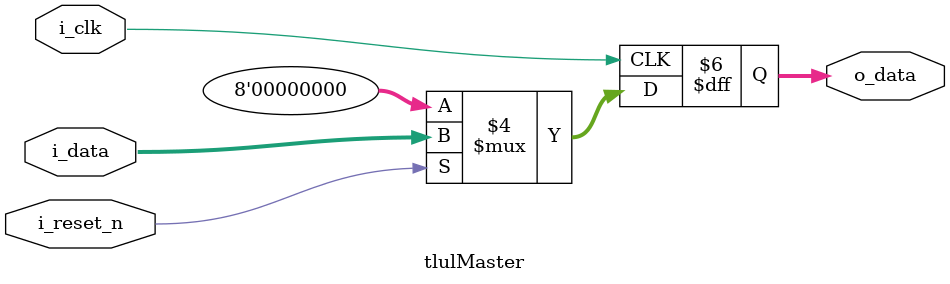
<source format=v>

`default_nettype none
`timescale 1ps/1ps

module tlulMaster(
    input   wire    [0:0]   i_clk,
    input   wire    [0:0]   i_reset_n,
    input   wire    [7:0]   i_data,
    output  reg     [7:0]   o_data
);

always @(posedge i_clk) begin
    if(!i_reset_n) begin
        o_data <= 8'h00;
    end else begin
        o_data <= i_data;
    end
end

endmodule

</source>
